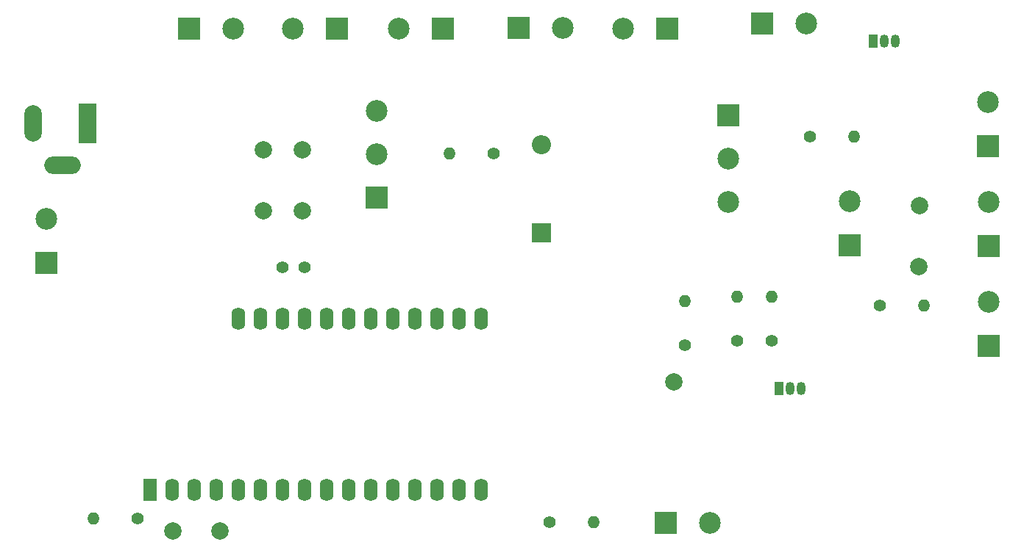
<source format=gbr>
%TF.GenerationSoftware,KiCad,Pcbnew,8.0.4*%
%TF.CreationDate,2024-11-21T09:43:36-08:00*%
%TF.ProjectId,ChargeGuard_Pro_Plus_ECE411,43686172-6765-4477-9561-72645f50726f,1.0.3*%
%TF.SameCoordinates,Original*%
%TF.FileFunction,Soldermask,Bot*%
%TF.FilePolarity,Negative*%
%FSLAX46Y46*%
G04 Gerber Fmt 4.6, Leading zero omitted, Abs format (unit mm)*
G04 Created by KiCad (PCBNEW 8.0.4) date 2024-11-21 09:43:36*
%MOMM*%
%LPD*%
G01*
G04 APERTURE LIST*
G04 Aperture macros list*
%AMRoundRect*
0 Rectangle with rounded corners*
0 $1 Rounding radius*
0 $2 $3 $4 $5 $6 $7 $8 $9 X,Y pos of 4 corners*
0 Add a 4 corners polygon primitive as box body*
4,1,4,$2,$3,$4,$5,$6,$7,$8,$9,$2,$3,0*
0 Add four circle primitives for the rounded corners*
1,1,$1+$1,$2,$3*
1,1,$1+$1,$4,$5*
1,1,$1+$1,$6,$7*
1,1,$1+$1,$8,$9*
0 Add four rect primitives between the rounded corners*
20,1,$1+$1,$2,$3,$4,$5,0*
20,1,$1+$1,$4,$5,$6,$7,0*
20,1,$1+$1,$6,$7,$8,$9,0*
20,1,$1+$1,$8,$9,$2,$3,0*%
G04 Aperture macros list end*
%ADD10C,2.000000*%
%ADD11R,2.500000X2.500000*%
%ADD12C,2.500000*%
%ADD13C,1.400000*%
%ADD14O,1.400000X1.400000*%
%ADD15R,1.050000X1.500000*%
%ADD16O,1.050000X1.500000*%
%ADD17R,2.200000X2.200000*%
%ADD18O,2.200000X2.200000*%
%ADD19RoundRect,0.250000X0.550000X-1.050000X0.550000X1.050000X-0.550000X1.050000X-0.550000X-1.050000X0*%
%ADD20O,1.600000X2.600000*%
%ADD21R,2.000000X4.600000*%
%ADD22O,2.000000X4.200000*%
%ADD23O,4.200000X2.000000*%
G04 APERTURE END LIST*
D10*
%TO.C,TP9*%
X128750000Y-97250000D03*
%TD*%
D11*
%TO.C,J10*%
X138920000Y-56000000D03*
D12*
X144000000Y-56000000D03*
%TD*%
D11*
%TO.C,J12*%
X165010000Y-81597500D03*
D12*
X165010000Y-76517500D03*
%TD*%
D13*
%TO.C,R9*%
X144420000Y-69000000D03*
D14*
X149500000Y-69000000D03*
%TD*%
D10*
%TO.C,TP6*%
X71120000Y-114500000D03*
%TD*%
D15*
%TO.C,Q1*%
X151730000Y-58000000D03*
D16*
X153000000Y-58000000D03*
X154270000Y-58000000D03*
%TD*%
D10*
%TO.C,TP5*%
X76500000Y-114447500D03*
%TD*%
D13*
%TO.C,R8*%
X140000000Y-92540000D03*
D14*
X140000000Y-87460000D03*
%TD*%
D11*
%TO.C,J6*%
X127850000Y-113552500D03*
D12*
X132930000Y-113552500D03*
%TD*%
D10*
%TO.C,TP8*%
X81505000Y-77552500D03*
%TD*%
D11*
%TO.C,J7*%
X128000000Y-56552500D03*
D12*
X122920000Y-56552500D03*
%TD*%
D13*
%TO.C,R6*%
X108000000Y-71000000D03*
D14*
X102920000Y-71000000D03*
%TD*%
D10*
%TO.C,TP1*%
X81505000Y-70552500D03*
%TD*%
D11*
%TO.C,J11*%
X164930000Y-70097500D03*
D12*
X164930000Y-65017500D03*
%TD*%
D11*
%TO.C,J8*%
X94510000Y-76052500D03*
D12*
X94510000Y-71052500D03*
X94510000Y-66052500D03*
%TD*%
D13*
%TO.C,R10*%
X136000000Y-92580000D03*
D14*
X136000000Y-87500000D03*
%TD*%
D11*
%TO.C,J4*%
X72960000Y-56552500D03*
D12*
X78040000Y-56552500D03*
%TD*%
D11*
%TO.C,J14*%
X149000000Y-81580000D03*
D12*
X149000000Y-76500000D03*
%TD*%
D10*
%TO.C,TP7*%
X86005000Y-77552500D03*
%TD*%
D11*
%TO.C,J3*%
X90005000Y-56552500D03*
D12*
X84925000Y-56552500D03*
%TD*%
D10*
%TO.C,TP2*%
X86005000Y-70552500D03*
%TD*%
D13*
%TO.C,R14*%
X152420000Y-88500000D03*
D14*
X157500000Y-88500000D03*
%TD*%
D13*
%TO.C,R13*%
X130000000Y-93080000D03*
D14*
X130000000Y-88000000D03*
%TD*%
D10*
%TO.C,TP3*%
X156925000Y-84000000D03*
%TD*%
D13*
%TO.C,R12*%
X67000000Y-113000000D03*
D14*
X61920000Y-113000000D03*
%TD*%
D17*
%TO.C,D1*%
X113500000Y-80132500D03*
D18*
X113500000Y-69972500D03*
%TD*%
D11*
%TO.C,J9*%
X135010000Y-66552500D03*
D12*
X135010000Y-71552500D03*
X135010000Y-76552500D03*
%TD*%
D15*
%TO.C,Q3*%
X140890000Y-98052500D03*
D16*
X142160000Y-98052500D03*
X143430000Y-98052500D03*
%TD*%
D19*
%TO.C,A1*%
X68450000Y-109752500D03*
D20*
X70990000Y-109752500D03*
X73530000Y-109752500D03*
X76070000Y-109752500D03*
X78610000Y-109752500D03*
X81150000Y-109752500D03*
X83690000Y-109752500D03*
X86230000Y-109752500D03*
X88770000Y-109752500D03*
X91310000Y-109752500D03*
X93850000Y-109752500D03*
X96390000Y-109752500D03*
X98930000Y-109752500D03*
X101470000Y-109752500D03*
X104010000Y-109752500D03*
X106550000Y-109752500D03*
X106550000Y-90032500D03*
X104010000Y-90032500D03*
X101470000Y-90032500D03*
X98930000Y-90032500D03*
X96390000Y-90032500D03*
X93850000Y-90032500D03*
X91310000Y-90032500D03*
X88770000Y-90032500D03*
X86230000Y-90032500D03*
X83690000Y-90032500D03*
X81150000Y-90032500D03*
X78610000Y-90032500D03*
%TD*%
D10*
%TO.C,TP4*%
X157000000Y-77000000D03*
%TD*%
D11*
%TO.C,J13*%
X165010000Y-93142500D03*
D12*
X165010000Y-88062500D03*
%TD*%
D11*
%TO.C,J15*%
X110920000Y-56500000D03*
D12*
X116000000Y-56500000D03*
%TD*%
D21*
%TO.C,J1*%
X61300000Y-67500000D03*
D22*
X55000000Y-67500000D03*
D23*
X58400000Y-72300000D03*
%TD*%
D13*
%TO.C,JP1*%
X86255000Y-84052500D03*
X83715000Y-84052500D03*
%TD*%
%TO.C,R11*%
X114420000Y-113500000D03*
D14*
X119500000Y-113500000D03*
%TD*%
D11*
%TO.C,J5*%
X56505000Y-83552500D03*
D12*
X56505000Y-78472500D03*
%TD*%
D11*
%TO.C,J2*%
X102180000Y-56550000D03*
D12*
X97100000Y-56550000D03*
%TD*%
M02*

</source>
